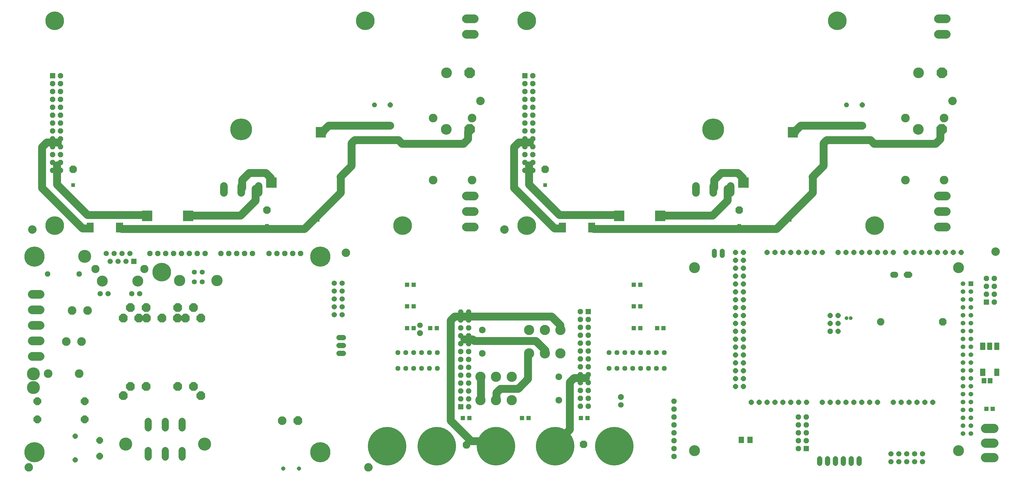
<source format=gbs>
G75*
G70*
%OFA0B0*%
%FSLAX24Y24*%
%IPPOS*%
%LPD*%
%AMOC8*
5,1,8,0,0,1.08239X$1,22.5*
%
%ADD10C,0.1000*%
%ADD11C,0.0973*%
%ADD12C,0.2759*%
%ADD13R,0.0674X0.0674*%
%ADD14OC8,0.0674*%
%ADD15C,0.1360*%
%ADD16OC8,0.1360*%
%ADD17C,0.1100*%
%ADD18OC8,0.0946*%
%ADD19R,0.0516X0.0516*%
%ADD20OC8,0.0640*%
%ADD21OC8,0.0600*%
%ADD22C,0.1100*%
%ADD23OC8,0.1100*%
%ADD24OC8,0.0973*%
%ADD25C,0.0907*%
%ADD26OC8,0.0840*%
%ADD27C,0.1653*%
%ADD28C,0.0674*%
%ADD29C,0.0674*%
%ADD30C,0.0640*%
%ADD31C,0.1436*%
%ADD32C,0.1039*%
%ADD33C,0.1386*%
%ADD34OC8,0.0680*%
%ADD35C,0.0477*%
%ADD36C,0.0780*%
%ADD37OC8,0.0780*%
%ADD38OC8,0.0710*%
%ADD39C,0.0710*%
%ADD40C,0.0640*%
%ADD41C,0.0946*%
%ADD42OC8,0.0634*%
%ADD43C,0.1299*%
%ADD44C,0.0848*%
%ADD45C,0.4885*%
%ADD46R,0.0552X0.0552*%
%ADD47C,0.1172*%
%ADD48C,0.0595*%
%ADD49R,0.0595X0.0595*%
%ADD50C,0.0634*%
%ADD51R,0.0710X0.0789*%
%ADD52R,0.0592X0.0671*%
%ADD53C,0.0095*%
%ADD54C,0.0480*%
%ADD55C,0.0050*%
%ADD56R,0.0516X0.0516*%
%ADD57C,0.2365*%
%ADD58C,0.2562*%
%ADD59C,0.1650*%
%ADD60OC8,0.0516*%
D10*
X060421Y011797D02*
X060421Y024522D01*
X060921Y025022D01*
X072371Y025022D01*
X072471Y025022D02*
X073196Y025022D01*
X074321Y023897D01*
X074321Y023372D01*
X072396Y020722D02*
X071221Y021897D01*
X063421Y021897D01*
X063221Y022097D01*
X062146Y022097D01*
X070221Y020272D02*
X070221Y017097D01*
X068971Y015847D01*
X066721Y015847D01*
X066221Y015347D01*
X066221Y014422D01*
X064246Y014522D02*
X064246Y017322D01*
X072396Y020422D02*
X072396Y020722D01*
X076046Y017222D02*
X075496Y016672D01*
X075496Y010672D01*
X074071Y009247D01*
X065121Y009222D02*
X062996Y009222D01*
X060421Y011797D01*
X076046Y017222D02*
X077546Y017222D01*
X078539Y036122D02*
X101714Y036122D01*
X106314Y040722D01*
X106314Y042672D01*
X106289Y042697D01*
X106439Y042872D02*
X106464Y042872D01*
X106439Y042872D02*
X107689Y044122D01*
X107689Y046972D01*
X108089Y047372D01*
X113639Y047372D01*
X114089Y046922D01*
X121889Y046922D01*
X122464Y047497D01*
X122464Y048447D01*
X112589Y049222D02*
X104789Y049222D01*
X104089Y048522D01*
X104089Y048397D01*
X097439Y042572D02*
X096814Y043197D01*
X094714Y043197D01*
X093814Y042297D01*
X093814Y041322D01*
X095514Y041222D02*
X095514Y039722D01*
X093614Y037822D01*
X087589Y037822D01*
X081189Y037872D02*
X074214Y037872D01*
X070339Y041747D01*
X070339Y044172D01*
X068439Y046472D02*
X069039Y047072D01*
X070439Y047072D01*
X068439Y046472D02*
X068439Y041322D01*
X073589Y036172D01*
X074364Y036172D01*
X062621Y047497D02*
X062046Y046922D01*
X054246Y046922D01*
X053796Y047372D01*
X048246Y047372D01*
X047846Y046972D01*
X047846Y044122D01*
X046596Y042872D01*
X046621Y042872D01*
X046446Y042697D02*
X046471Y042672D01*
X046471Y040722D01*
X041871Y036122D01*
X018696Y036122D01*
X021346Y037872D02*
X014371Y037872D01*
X010496Y041747D01*
X010496Y044172D01*
X008596Y046472D02*
X009196Y047072D01*
X010596Y047072D01*
X008596Y046472D02*
X008596Y041322D01*
X013746Y036172D01*
X014521Y036172D01*
X027746Y037822D02*
X033771Y037822D01*
X035671Y039722D01*
X035671Y041222D01*
X033971Y041322D02*
X033971Y042297D01*
X034871Y043197D01*
X036971Y043197D01*
X037596Y042572D01*
X037596Y042197D01*
X044246Y048397D02*
X044246Y048522D01*
X044946Y049222D01*
X052746Y049222D01*
X062621Y048447D02*
X062621Y047497D01*
X097439Y042572D02*
X097439Y042197D01*
D11*
X095870Y041590D02*
X095870Y040705D01*
X093670Y040705D02*
X093670Y041590D01*
X091470Y041590D02*
X091470Y040705D01*
X036027Y040705D02*
X036027Y041590D01*
X033827Y041590D02*
X033827Y040705D01*
X031627Y040705D02*
X031627Y041590D01*
D12*
X033827Y048748D03*
X093670Y048748D03*
D13*
X069796Y055563D03*
X020226Y032021D03*
X061682Y013586D03*
X077824Y025641D03*
X105471Y008272D03*
X128321Y026847D03*
X009953Y055563D03*
D14*
X010953Y055563D03*
X010953Y054563D03*
X009953Y054563D03*
X009953Y053563D03*
X010953Y053563D03*
X010953Y052563D03*
X009953Y052563D03*
X009953Y051563D03*
X010953Y051563D03*
X010953Y050563D03*
X009953Y050563D03*
X009953Y049563D03*
X010953Y049563D03*
X010953Y048563D03*
X009953Y048563D03*
X009953Y047563D03*
X010953Y047563D03*
X010953Y046563D03*
X009953Y046563D03*
X009953Y045563D03*
X010953Y045563D03*
X010953Y044563D03*
X009953Y044563D03*
X009953Y043563D03*
X010953Y043563D03*
X022271Y033022D03*
X023271Y033022D03*
X024271Y033022D03*
X025271Y033022D03*
X026271Y033022D03*
X027271Y033022D03*
X028271Y033022D03*
X029271Y033022D03*
X031271Y033022D03*
X032271Y033022D03*
X033271Y033022D03*
X034271Y033022D03*
X035271Y033022D03*
X037371Y033022D03*
X038371Y033022D03*
X039371Y033022D03*
X040371Y033022D03*
X041371Y033022D03*
X061682Y025586D03*
X061682Y024586D03*
X062682Y024586D03*
X062682Y025586D03*
X062682Y023586D03*
X062682Y022586D03*
X062682Y021586D03*
X061682Y021586D03*
X061682Y022586D03*
X061682Y023586D03*
X061682Y020586D03*
X061682Y019586D03*
X062682Y019586D03*
X062682Y020586D03*
X062682Y018586D03*
X062682Y017586D03*
X061682Y017586D03*
X061682Y018586D03*
X061682Y016586D03*
X061682Y015586D03*
X062682Y015586D03*
X062682Y016586D03*
X062682Y014586D03*
X062682Y013586D03*
X061682Y014586D03*
X076824Y014641D03*
X077824Y014641D03*
X077824Y015641D03*
X076824Y015641D03*
X076824Y016641D03*
X077824Y016641D03*
X077824Y017641D03*
X076824Y017641D03*
X076824Y018641D03*
X077824Y018641D03*
X077824Y019641D03*
X076824Y019641D03*
X076824Y020641D03*
X077824Y020641D03*
X077824Y021641D03*
X076824Y021641D03*
X076824Y022641D03*
X077824Y022641D03*
X077824Y023641D03*
X076824Y023641D03*
X076824Y024641D03*
X077824Y024641D03*
X076824Y025641D03*
X088721Y014272D03*
X088721Y013272D03*
X088721Y012272D03*
X088721Y011272D03*
X088721Y010272D03*
X088721Y009272D03*
X088721Y008272D03*
X088721Y007272D03*
X077824Y013641D03*
X076824Y013641D03*
X104471Y012272D03*
X105471Y012272D03*
X105471Y011272D03*
X104471Y011272D03*
X104471Y010272D03*
X105471Y010272D03*
X105471Y009272D03*
X104471Y009272D03*
X104471Y008272D03*
X129321Y026847D03*
X129321Y027847D03*
X129321Y028847D03*
X129321Y029847D03*
X128321Y029847D03*
X128321Y028847D03*
X128321Y027847D03*
X070796Y043563D03*
X069796Y043563D03*
X069796Y044563D03*
X070796Y044563D03*
X070796Y045563D03*
X070796Y046563D03*
X069796Y046563D03*
X069796Y045563D03*
X069796Y047563D03*
X070796Y047563D03*
X070796Y048563D03*
X069796Y048563D03*
X069796Y049563D03*
X070796Y049563D03*
X070796Y050563D03*
X069796Y050563D03*
X069796Y051563D03*
X070796Y051563D03*
X070796Y052563D03*
X070796Y053563D03*
X069796Y053563D03*
X069796Y052563D03*
X069796Y054563D03*
X070796Y054563D03*
X070796Y055563D03*
D15*
X059870Y055897D03*
X059845Y048747D03*
X119687Y048747D03*
X119712Y055897D03*
D16*
X122665Y055897D03*
X122640Y048747D03*
X062798Y048747D03*
X062823Y055897D03*
D17*
X062371Y060797D02*
X063371Y060797D01*
X063371Y062765D02*
X062371Y062765D01*
X062371Y040309D02*
X063371Y040309D01*
X063371Y038340D02*
X062371Y038340D01*
X062371Y036372D02*
X063371Y036372D01*
X008328Y027843D02*
X007328Y027843D01*
X007328Y025874D02*
X008328Y025874D01*
X008328Y023906D02*
X007328Y023906D01*
X007328Y021937D02*
X008328Y021937D01*
X008328Y019969D02*
X007328Y019969D01*
X122214Y036372D02*
X123214Y036372D01*
X123214Y038340D02*
X122214Y038340D01*
X122214Y040309D02*
X123214Y040309D01*
X123214Y060797D02*
X122214Y060797D01*
X122214Y062765D02*
X123214Y062765D01*
D18*
X096964Y038497D03*
X072389Y043672D03*
X037121Y038497D03*
X012546Y043672D03*
X062409Y008747D03*
X077253Y008803D03*
X122786Y024347D03*
D19*
X096964Y036497D03*
X072389Y041672D03*
X037121Y036497D03*
X012546Y041672D03*
X060409Y008747D03*
X075253Y008803D03*
D20*
X012821Y009847D03*
X012821Y006847D03*
X052746Y051847D03*
X112589Y051847D03*
D21*
X110589Y051847D03*
X050746Y051847D03*
D22*
X058185Y050184D03*
X063107Y050184D03*
X063107Y042310D03*
X058185Y042310D03*
X014370Y025790D03*
X012420Y025790D03*
X011672Y021853D03*
X013622Y021853D03*
X013321Y017787D03*
X009384Y017787D03*
X039047Y011812D03*
X118028Y042310D03*
X122949Y042310D03*
X122949Y050184D03*
X118028Y050184D03*
D23*
X041047Y011812D03*
X028742Y014976D03*
X027821Y016147D03*
X025821Y016147D03*
X021821Y016147D03*
X019821Y016147D03*
X018900Y014976D03*
X018900Y024818D03*
X020868Y024818D03*
X021853Y024818D03*
X021821Y026147D03*
X019821Y026147D03*
X023821Y024818D03*
X025790Y024818D03*
X026774Y024818D03*
X028742Y024818D03*
X027821Y026147D03*
X025821Y026147D03*
D24*
X014006Y014292D03*
X014006Y011986D03*
X008006Y011986D03*
X008006Y014292D03*
D25*
X022046Y011734D02*
X022046Y010909D01*
X024196Y010909D02*
X024196Y011734D01*
X026346Y011734D02*
X026346Y010909D01*
X026346Y008034D02*
X026346Y007209D01*
X024196Y007209D02*
X024196Y008034D01*
X022046Y008034D02*
X022046Y007209D01*
D26*
X015896Y007322D03*
X015896Y009322D03*
D27*
X019221Y008847D03*
X029221Y008847D03*
D28*
X046224Y020347D02*
X046818Y020347D01*
X046818Y021347D02*
X046224Y021347D01*
X046224Y022347D02*
X046818Y022347D01*
X107171Y006994D02*
X107171Y006400D01*
X108171Y006400D02*
X108171Y006994D01*
X109171Y006994D02*
X109171Y006400D01*
X110171Y006400D02*
X110171Y006994D01*
X111171Y006994D02*
X111171Y006400D01*
X112171Y006400D02*
X112171Y006994D01*
D29*
X116196Y006597D03*
X116196Y007597D03*
X117196Y007597D03*
X118196Y007597D03*
X119196Y007597D03*
X120196Y007597D03*
X120196Y006597D03*
X119196Y006597D03*
X118196Y006597D03*
X117196Y006597D03*
X046640Y025259D03*
X045640Y025259D03*
X045640Y026259D03*
X046640Y026259D03*
X046640Y027259D03*
X045640Y027259D03*
X045640Y028259D03*
X046640Y028259D03*
X046640Y029259D03*
X045640Y029259D03*
X020966Y027903D03*
X019966Y027903D03*
X016986Y027903D03*
X015986Y027903D03*
X017226Y032021D03*
X018226Y032021D03*
X019226Y032021D03*
X019726Y033021D03*
X018726Y033021D03*
X017726Y033021D03*
X016726Y033021D03*
D30*
X027920Y030658D03*
X028904Y030658D03*
X028904Y029398D03*
X027920Y029398D03*
D31*
X026042Y029595D03*
X030782Y029595D03*
D32*
X021576Y031052D03*
X015375Y031052D03*
D33*
X016226Y029521D03*
X020726Y029521D03*
X091307Y031228D03*
X124772Y031228D03*
X124772Y008000D03*
X091307Y008000D03*
D34*
X108517Y023162D03*
X013321Y030422D03*
X009321Y030422D03*
D35*
X110571Y024822D03*
X111122Y024822D03*
D36*
X116496Y030297D03*
X116746Y030297D03*
D37*
X118246Y030297D03*
X118496Y030297D03*
D38*
X081971Y014797D03*
X056521Y022922D03*
D39*
X056521Y023922D03*
X081971Y013797D03*
D40*
X093821Y032767D02*
X093821Y033327D01*
X094821Y033327D02*
X094821Y032767D01*
D41*
X114916Y024347D03*
D42*
X109517Y024162D03*
X109517Y023162D03*
X108517Y024162D03*
X108517Y025162D03*
X109517Y025162D03*
X097517Y025162D03*
X097517Y026162D03*
X096517Y026162D03*
X096517Y025162D03*
X096517Y024162D03*
X097517Y024162D03*
X097517Y023162D03*
X096517Y023162D03*
X096517Y022162D03*
X097517Y022162D03*
X097517Y021162D03*
X096517Y021162D03*
X096517Y020162D03*
X097517Y020162D03*
X097517Y019162D03*
X097517Y018162D03*
X096517Y018162D03*
X096517Y019162D03*
X096517Y017162D03*
X097517Y017162D03*
X097517Y016162D03*
X096517Y016162D03*
X098517Y014162D03*
X099517Y014162D03*
X100517Y014162D03*
X101517Y014162D03*
X102517Y014162D03*
X103517Y014162D03*
X104517Y014162D03*
X105517Y014162D03*
X107517Y014162D03*
X108517Y014162D03*
X109517Y014162D03*
X110517Y014162D03*
X111517Y014162D03*
X112517Y014162D03*
X113517Y014162D03*
X114517Y014162D03*
X116517Y014162D03*
X117517Y014162D03*
X118517Y014162D03*
X119517Y014162D03*
X120517Y014162D03*
X121517Y014162D03*
X097517Y027162D03*
X097517Y028162D03*
X097517Y029162D03*
X096517Y029162D03*
X096517Y028162D03*
X096517Y027162D03*
X096517Y030162D03*
X097517Y030162D03*
X097517Y031162D03*
X096517Y031162D03*
X096517Y032162D03*
X097517Y032162D03*
X097517Y033162D03*
X096517Y033162D03*
X100517Y033162D03*
X101517Y033162D03*
X102517Y033162D03*
X103517Y033162D03*
X104517Y033162D03*
X105517Y033162D03*
X106517Y033162D03*
X107517Y033162D03*
X109517Y033162D03*
X110517Y033162D03*
X111517Y033162D03*
X112517Y033162D03*
X113517Y033162D03*
X114517Y033162D03*
X115517Y033162D03*
X116517Y033162D03*
X118117Y033162D03*
X119117Y033162D03*
X120117Y033162D03*
X121117Y033162D03*
X122117Y033162D03*
X123117Y033162D03*
X124117Y033162D03*
X125117Y033162D03*
D43*
X074319Y023310D03*
X072335Y023310D03*
X070351Y023310D03*
X070351Y020334D03*
X072335Y020334D03*
X074319Y020334D03*
X068142Y017385D03*
X066157Y017385D03*
X064173Y017385D03*
X064173Y014409D03*
X066157Y014409D03*
X068142Y014409D03*
D44*
X074094Y014409D03*
X074094Y017385D03*
X064398Y020334D03*
X064398Y023310D03*
D45*
X066150Y008590D03*
X073650Y008590D03*
X081150Y008590D03*
X058650Y008590D03*
X052331Y008590D03*
D46*
X061957Y012133D03*
X062784Y012133D03*
X069437Y012133D03*
X070264Y012133D03*
X076918Y012133D03*
X077744Y012133D03*
X083610Y023551D03*
X084437Y023551D03*
X086563Y023551D03*
X087390Y023551D03*
X084437Y026307D03*
X083610Y026307D03*
X083610Y029063D03*
X084437Y029063D03*
X058650Y023551D03*
X057823Y023551D03*
X055697Y023551D03*
X054870Y023551D03*
X054870Y026307D03*
X055697Y026307D03*
X055697Y029063D03*
X054870Y029063D03*
X128296Y013315D03*
X129122Y013315D03*
D47*
X129241Y010834D02*
X128176Y010834D01*
X128176Y008984D02*
X129241Y008984D01*
X129241Y007134D02*
X128176Y007134D01*
D48*
X126347Y010165D03*
X125347Y010165D03*
X125347Y011165D03*
X126347Y011165D03*
X126347Y012165D03*
X126347Y013165D03*
X125347Y013165D03*
X125347Y012165D03*
X125347Y014165D03*
X126347Y014165D03*
X126347Y015165D03*
X125347Y015165D03*
X125347Y016165D03*
X126347Y016165D03*
X126347Y017165D03*
X125347Y017165D03*
X125347Y018165D03*
X126347Y018165D03*
X126347Y019165D03*
X126347Y020165D03*
X125347Y020165D03*
X125347Y019165D03*
X125347Y021165D03*
X126347Y021165D03*
X126347Y022165D03*
X125347Y022165D03*
X125347Y023165D03*
X126347Y023165D03*
X126347Y024165D03*
X125347Y024165D03*
X125347Y025165D03*
X126347Y025165D03*
X126347Y026165D03*
X125347Y026165D03*
X125347Y027165D03*
X126347Y027165D03*
X126347Y028165D03*
X125347Y028165D03*
X125347Y029165D03*
D49*
X126347Y029165D03*
D50*
X087481Y020433D03*
X086481Y020433D03*
X085481Y020433D03*
X084481Y020433D03*
X083481Y020433D03*
X082481Y020433D03*
X081481Y020433D03*
X080481Y020433D03*
X080481Y018433D03*
X081481Y018433D03*
X082481Y018433D03*
X083481Y018433D03*
X084481Y018433D03*
X085481Y018433D03*
X086481Y018433D03*
X087481Y018433D03*
X058709Y018433D03*
X057709Y018433D03*
X056709Y018433D03*
X055709Y018433D03*
X054709Y018433D03*
X053709Y018433D03*
X053709Y020433D03*
X054709Y020433D03*
X055709Y020433D03*
X056709Y020433D03*
X057709Y020433D03*
X058709Y020433D03*
D51*
X097245Y009372D03*
X098347Y009372D03*
D52*
X128022Y016872D03*
X128770Y016872D03*
D53*
X129327Y017554D02*
X129327Y018366D01*
X129863Y018366D01*
X129863Y017554D01*
X129327Y017554D01*
X129327Y017648D02*
X129863Y017648D01*
X129863Y017742D02*
X129327Y017742D01*
X129327Y017836D02*
X129863Y017836D01*
X129863Y017930D02*
X129327Y017930D01*
X129327Y018024D02*
X129863Y018024D01*
X129863Y018118D02*
X129327Y018118D01*
X129327Y018212D02*
X129863Y018212D01*
X129863Y018306D02*
X129327Y018306D01*
X127555Y018366D02*
X127555Y017554D01*
X127555Y018366D02*
X128091Y018366D01*
X128091Y017554D01*
X127555Y017554D01*
X127555Y017648D02*
X128091Y017648D01*
X128091Y017742D02*
X127555Y017742D01*
X127555Y017836D02*
X128091Y017836D01*
X128091Y017930D02*
X127555Y017930D01*
X127555Y018024D02*
X128091Y018024D01*
X128091Y018118D02*
X127555Y018118D01*
X127555Y018212D02*
X128091Y018212D01*
X128091Y018306D02*
X127555Y018306D01*
X127555Y020861D02*
X127555Y021673D01*
X128091Y021673D01*
X128091Y020861D01*
X127555Y020861D01*
X127555Y020955D02*
X128091Y020955D01*
X128091Y021049D02*
X127555Y021049D01*
X127555Y021143D02*
X128091Y021143D01*
X128091Y021237D02*
X127555Y021237D01*
X127555Y021331D02*
X128091Y021331D01*
X128091Y021425D02*
X127555Y021425D01*
X127555Y021519D02*
X128091Y021519D01*
X128091Y021613D02*
X127555Y021613D01*
X128441Y021673D02*
X128441Y020861D01*
X128441Y021673D02*
X128977Y021673D01*
X128977Y020861D01*
X128441Y020861D01*
X128441Y020955D02*
X128977Y020955D01*
X128977Y021049D02*
X128441Y021049D01*
X128441Y021143D02*
X128977Y021143D01*
X128977Y021237D02*
X128441Y021237D01*
X128441Y021331D02*
X128977Y021331D01*
X128977Y021425D02*
X128441Y021425D01*
X128441Y021519D02*
X128977Y021519D01*
X128977Y021613D02*
X128441Y021613D01*
X129327Y021673D02*
X129327Y020861D01*
X129327Y021673D02*
X129863Y021673D01*
X129863Y020861D01*
X129327Y020861D01*
X129327Y020955D02*
X129863Y020955D01*
X129863Y021049D02*
X129327Y021049D01*
X129327Y021143D02*
X129863Y021143D01*
X129863Y021237D02*
X129327Y021237D01*
X129327Y021331D02*
X129863Y021331D01*
X129863Y021425D02*
X129327Y021425D01*
X129327Y021519D02*
X129863Y021519D01*
X129863Y021613D02*
X129327Y021613D01*
D54*
X129471Y033247D03*
X124014Y052347D03*
X067214Y036047D03*
X047121Y033097D03*
X064171Y052347D03*
X007371Y036047D03*
X006921Y005897D03*
X049971Y005897D03*
D55*
X006600Y005514D02*
X006538Y005575D01*
X006488Y005647D01*
X006451Y005726D01*
X007391Y005726D01*
X007354Y005647D01*
X007304Y005575D01*
X007243Y005514D01*
X007171Y005464D01*
X007092Y005427D01*
X007008Y005404D01*
X006921Y005397D01*
X006834Y005404D01*
X006750Y005427D01*
X006671Y005464D01*
X006600Y005514D01*
X006582Y005532D02*
X007261Y005532D01*
X007308Y005580D02*
X006535Y005580D01*
X006501Y005629D02*
X007342Y005629D01*
X007368Y005677D02*
X006474Y005677D01*
X006451Y005726D02*
X006429Y005810D01*
X006421Y005897D01*
X006429Y005984D01*
X006451Y006068D01*
X006488Y006147D01*
X006538Y006218D01*
X006600Y006280D01*
X006671Y006330D01*
X006750Y006367D01*
X006834Y006389D01*
X006921Y006397D01*
X007008Y006389D01*
X007092Y006367D01*
X007171Y006330D01*
X007243Y006280D01*
X007304Y006218D01*
X007354Y006147D01*
X007391Y006068D01*
X007414Y005984D01*
X007421Y005897D01*
X007414Y005810D01*
X007391Y005726D01*
X007404Y005774D02*
X006438Y005774D01*
X006428Y005823D02*
X007415Y005823D01*
X007419Y005871D02*
X006423Y005871D01*
X006423Y005920D02*
X007419Y005920D01*
X007415Y005968D02*
X006427Y005968D01*
X006438Y006017D02*
X007405Y006017D01*
X007392Y006065D02*
X006451Y006065D01*
X006473Y006114D02*
X007370Y006114D01*
X007343Y006162D02*
X006499Y006162D01*
X006533Y006211D02*
X007309Y006211D01*
X007263Y006259D02*
X006579Y006259D01*
X006640Y006308D02*
X007203Y006308D01*
X007114Y006356D02*
X006728Y006356D01*
X006643Y005483D02*
X007199Y005483D01*
X007109Y005435D02*
X006733Y005435D01*
X049471Y005897D02*
X049479Y005984D01*
X049501Y006068D01*
X049538Y006147D01*
X049588Y006218D01*
X049650Y006280D01*
X049721Y006330D01*
X049800Y006367D01*
X049884Y006389D01*
X049971Y006397D01*
X050058Y006389D01*
X050142Y006367D01*
X050221Y006330D01*
X050293Y006280D01*
X050354Y006218D01*
X050404Y006147D01*
X050441Y006068D01*
X050464Y005984D01*
X050471Y005897D01*
X050464Y005810D01*
X050441Y005726D01*
X049501Y005726D01*
X049479Y005810D01*
X049471Y005897D01*
X049473Y005920D02*
X050469Y005920D01*
X050465Y005968D02*
X049477Y005968D01*
X049488Y006017D02*
X050455Y006017D01*
X050442Y006065D02*
X049501Y006065D01*
X049523Y006114D02*
X050420Y006114D01*
X050393Y006162D02*
X049549Y006162D01*
X049583Y006211D02*
X050359Y006211D01*
X050313Y006259D02*
X049629Y006259D01*
X049690Y006308D02*
X050253Y006308D01*
X050164Y006356D02*
X049778Y006356D01*
X049473Y005871D02*
X050469Y005871D01*
X050465Y005823D02*
X049478Y005823D01*
X049488Y005774D02*
X050454Y005774D01*
X050441Y005726D02*
X050404Y005647D01*
X050354Y005575D01*
X050293Y005514D01*
X050221Y005464D01*
X050142Y005427D01*
X050058Y005404D01*
X049971Y005397D01*
X049884Y005404D01*
X049800Y005427D01*
X049721Y005464D01*
X049650Y005514D01*
X049588Y005575D01*
X049538Y005647D01*
X049501Y005726D01*
X049524Y005677D02*
X050418Y005677D01*
X050392Y005629D02*
X049551Y005629D01*
X049585Y005580D02*
X050358Y005580D01*
X050311Y005532D02*
X049632Y005532D01*
X049693Y005483D02*
X050249Y005483D01*
X050159Y005435D02*
X049783Y005435D01*
X047208Y032604D02*
X047121Y032597D01*
X047034Y032604D01*
X046950Y032627D01*
X046871Y032664D01*
X046800Y032714D01*
X046738Y032775D01*
X046688Y032847D01*
X046651Y032926D01*
X046629Y033010D01*
X046621Y033097D01*
X046629Y033184D01*
X046651Y033268D01*
X046688Y033347D01*
X046738Y033418D01*
X046800Y033480D01*
X046871Y033530D01*
X046950Y033567D01*
X047034Y033589D01*
X047121Y033597D01*
X047208Y033589D01*
X047292Y033567D01*
X047371Y033530D01*
X047443Y033480D01*
X047504Y033418D01*
X047554Y033347D01*
X047591Y033268D01*
X047614Y033184D01*
X047621Y033097D01*
X047614Y033010D01*
X047591Y032926D01*
X047554Y032847D01*
X047504Y032775D01*
X047443Y032714D01*
X047371Y032664D01*
X047292Y032627D01*
X047208Y032604D01*
X047327Y032643D02*
X046915Y032643D01*
X046831Y032692D02*
X047411Y032692D01*
X047469Y032740D02*
X046773Y032740D01*
X046729Y032789D02*
X047514Y032789D01*
X047548Y032837D02*
X046695Y032837D01*
X046670Y032886D02*
X047572Y032886D01*
X047593Y032934D02*
X046649Y032934D01*
X046636Y032983D02*
X047606Y032983D01*
X047615Y033031D02*
X046627Y033031D01*
X046623Y033080D02*
X047620Y033080D01*
X047618Y033128D02*
X046624Y033128D01*
X046628Y033177D02*
X047614Y033177D01*
X047602Y033225D02*
X046640Y033225D01*
X046654Y033274D02*
X047588Y033274D01*
X047565Y033322D02*
X046677Y033322D01*
X046705Y033371D02*
X047537Y033371D01*
X047503Y033419D02*
X046739Y033419D01*
X046788Y033468D02*
X047454Y033468D01*
X047390Y033516D02*
X046852Y033516D01*
X046946Y033565D02*
X047296Y033565D01*
X066721Y035960D02*
X066714Y036047D01*
X066721Y036134D01*
X066744Y036218D01*
X066781Y036297D01*
X066831Y036368D01*
X066892Y036430D01*
X066964Y036480D01*
X067043Y036517D01*
X067127Y036539D01*
X067214Y036547D01*
X067300Y036539D01*
X067385Y036517D01*
X067464Y036480D01*
X067535Y036430D01*
X067597Y036368D01*
X067647Y036297D01*
X067683Y036218D01*
X067706Y036134D01*
X067714Y036047D01*
X067706Y035960D01*
X067683Y035876D01*
X067647Y035797D01*
X067597Y035725D01*
X067535Y035664D01*
X067464Y035614D01*
X067385Y035577D01*
X067300Y035554D01*
X067214Y035547D01*
X067127Y035554D01*
X067043Y035577D01*
X066964Y035614D01*
X066892Y035664D01*
X066831Y035725D01*
X066781Y035797D01*
X066744Y035876D01*
X066721Y035960D01*
X066726Y035942D02*
X067701Y035942D01*
X067709Y035990D02*
X066719Y035990D01*
X066714Y036039D02*
X067713Y036039D01*
X067710Y036087D02*
X066717Y036087D01*
X066722Y036136D02*
X067706Y036136D01*
X067693Y036184D02*
X066735Y036184D01*
X066751Y036233D02*
X067677Y036233D01*
X067654Y036281D02*
X066773Y036281D01*
X066804Y036330D02*
X067624Y036330D01*
X067587Y036378D02*
X066840Y036378D01*
X066889Y036427D02*
X067538Y036427D01*
X067471Y036475D02*
X066957Y036475D01*
X067068Y036524D02*
X067359Y036524D01*
X067688Y035893D02*
X066739Y035893D01*
X066758Y035845D02*
X067669Y035845D01*
X067646Y035796D02*
X066781Y035796D01*
X066815Y035748D02*
X067612Y035748D01*
X067570Y035699D02*
X066857Y035699D01*
X066911Y035651D02*
X067516Y035651D01*
X067438Y035602D02*
X066989Y035602D01*
X067138Y035554D02*
X067290Y035554D01*
X064258Y051854D02*
X064171Y051847D01*
X064084Y051854D01*
X064000Y051877D01*
X063921Y051914D01*
X063850Y051964D01*
X063788Y052025D01*
X063738Y052097D01*
X063701Y052176D01*
X063679Y052260D01*
X063671Y052347D01*
X063679Y052434D01*
X063701Y052518D01*
X063738Y052597D01*
X063788Y052668D01*
X063850Y052730D01*
X063921Y052780D01*
X064000Y052817D01*
X064084Y052839D01*
X064171Y052847D01*
X064258Y052839D01*
X064342Y052817D01*
X064421Y052780D01*
X064493Y052730D01*
X064554Y052668D01*
X064604Y052597D01*
X064641Y052518D01*
X064664Y052434D01*
X064671Y052347D01*
X064664Y052260D01*
X064641Y052176D01*
X064604Y052097D01*
X064554Y052025D01*
X064493Y051964D01*
X064421Y051914D01*
X064342Y051877D01*
X064258Y051854D01*
X064202Y051850D02*
X064140Y051850D01*
X063955Y051898D02*
X064387Y051898D01*
X064468Y051947D02*
X063874Y051947D01*
X063818Y051995D02*
X064524Y051995D01*
X064567Y052044D02*
X063775Y052044D01*
X063741Y052092D02*
X064601Y052092D01*
X064625Y052141D02*
X063718Y052141D01*
X063698Y052189D02*
X064645Y052189D01*
X064658Y052238D02*
X063685Y052238D01*
X063676Y052286D02*
X064666Y052286D01*
X064670Y052335D02*
X063672Y052335D01*
X063674Y052383D02*
X064668Y052383D01*
X064664Y052432D02*
X063679Y052432D01*
X063691Y052480D02*
X064651Y052480D01*
X064636Y052529D02*
X063706Y052529D01*
X063729Y052577D02*
X064613Y052577D01*
X064584Y052626D02*
X063758Y052626D01*
X063794Y052674D02*
X064548Y052674D01*
X064500Y052723D02*
X063842Y052723D01*
X063909Y052771D02*
X064434Y052771D01*
X064331Y052820D02*
X064011Y052820D01*
X007841Y036218D02*
X007864Y036134D01*
X007871Y036047D01*
X007864Y035960D01*
X007841Y035876D01*
X007804Y035797D01*
X007754Y035725D01*
X007693Y035664D01*
X007621Y035614D01*
X007542Y035577D01*
X007458Y035554D01*
X007371Y035547D01*
X007284Y035554D01*
X007200Y035577D01*
X007121Y035614D01*
X007050Y035664D01*
X006988Y035725D01*
X006938Y035797D01*
X006901Y035876D01*
X006879Y035960D01*
X006871Y036047D01*
X006879Y036134D01*
X006901Y036218D01*
X006938Y036297D01*
X006988Y036368D01*
X007050Y036430D01*
X007121Y036480D01*
X007200Y036517D01*
X007284Y036539D01*
X007371Y036547D01*
X007458Y036539D01*
X007542Y036517D01*
X007621Y036480D01*
X007693Y036430D01*
X007754Y036368D01*
X007804Y036297D01*
X007841Y036218D01*
X007834Y036233D02*
X006908Y036233D01*
X006892Y036184D02*
X007850Y036184D01*
X007863Y036136D02*
X006879Y036136D01*
X006875Y036087D02*
X007868Y036087D01*
X007870Y036039D02*
X006872Y036039D01*
X006876Y035990D02*
X007866Y035990D01*
X007859Y035942D02*
X006884Y035942D01*
X006897Y035893D02*
X007846Y035893D01*
X007826Y035845D02*
X006916Y035845D01*
X006939Y035796D02*
X007804Y035796D01*
X007770Y035748D02*
X006973Y035748D01*
X007015Y035699D02*
X007728Y035699D01*
X007673Y035651D02*
X007069Y035651D01*
X007147Y035602D02*
X007596Y035602D01*
X007447Y035554D02*
X007295Y035554D01*
X006931Y036281D02*
X007812Y036281D01*
X007781Y036330D02*
X006961Y036330D01*
X006998Y036378D02*
X007744Y036378D01*
X007696Y036427D02*
X007046Y036427D01*
X007114Y036475D02*
X007628Y036475D01*
X007517Y036524D02*
X007226Y036524D01*
X123521Y052260D02*
X123544Y052176D01*
X123581Y052097D01*
X123631Y052025D01*
X123692Y051964D01*
X123764Y051914D01*
X123843Y051877D01*
X123927Y051854D01*
X124014Y051847D01*
X124100Y051854D01*
X124185Y051877D01*
X124264Y051914D01*
X124335Y051964D01*
X124397Y052025D01*
X124447Y052097D01*
X124483Y052176D01*
X124506Y052260D01*
X124514Y052347D01*
X124506Y052434D01*
X124483Y052518D01*
X124447Y052597D01*
X124397Y052668D01*
X124335Y052730D01*
X124264Y052780D01*
X124185Y052817D01*
X124100Y052839D01*
X124014Y052847D01*
X123927Y052839D01*
X123843Y052817D01*
X123764Y052780D01*
X123692Y052730D01*
X123631Y052668D01*
X123581Y052597D01*
X123544Y052518D01*
X123521Y052434D01*
X123514Y052347D01*
X123521Y052260D01*
X123527Y052238D02*
X124500Y052238D01*
X124508Y052286D02*
X123519Y052286D01*
X123515Y052335D02*
X124513Y052335D01*
X124510Y052383D02*
X123517Y052383D01*
X123521Y052432D02*
X124506Y052432D01*
X124494Y052480D02*
X123534Y052480D01*
X123549Y052529D02*
X124478Y052529D01*
X124456Y052577D02*
X123571Y052577D01*
X123601Y052626D02*
X124427Y052626D01*
X124391Y052674D02*
X123636Y052674D01*
X123685Y052723D02*
X124342Y052723D01*
X124276Y052771D02*
X123751Y052771D01*
X123853Y052820D02*
X124174Y052820D01*
X124487Y052189D02*
X123540Y052189D01*
X123560Y052141D02*
X124467Y052141D01*
X124443Y052092D02*
X123584Y052092D01*
X123618Y052044D02*
X124409Y052044D01*
X124366Y051995D02*
X123661Y051995D01*
X123717Y051947D02*
X124310Y051947D01*
X124230Y051898D02*
X123797Y051898D01*
X123982Y051850D02*
X124045Y051850D01*
X129300Y033717D02*
X129384Y033739D01*
X129471Y033747D01*
X129558Y033739D01*
X129642Y033717D01*
X129721Y033680D01*
X129793Y033630D01*
X129854Y033568D01*
X129904Y033497D01*
X129941Y033418D01*
X129964Y033334D01*
X129971Y033247D01*
X129964Y033160D01*
X129941Y033076D01*
X129904Y032997D01*
X129854Y032925D01*
X129793Y032864D01*
X129721Y032814D01*
X129642Y032777D01*
X129558Y032754D01*
X129471Y032747D01*
X129384Y032754D01*
X129300Y032777D01*
X129221Y032814D01*
X129150Y032864D01*
X129088Y032925D01*
X129038Y032997D01*
X129001Y033076D01*
X128979Y033160D01*
X128971Y033247D01*
X128979Y033334D01*
X129001Y033418D01*
X129038Y033497D01*
X129088Y033568D01*
X129150Y033630D01*
X129221Y033680D01*
X129300Y033717D01*
X129287Y033710D02*
X129655Y033710D01*
X129747Y033662D02*
X129196Y033662D01*
X129133Y033613D02*
X129809Y033613D01*
X129856Y033565D02*
X129086Y033565D01*
X129052Y033516D02*
X129890Y033516D01*
X129918Y033468D02*
X129025Y033468D01*
X129002Y033419D02*
X129940Y033419D01*
X129954Y033371D02*
X128989Y033371D01*
X128978Y033322D02*
X129965Y033322D01*
X129969Y033274D02*
X128974Y033274D01*
X128973Y033225D02*
X129969Y033225D01*
X129965Y033177D02*
X128977Y033177D01*
X128987Y033128D02*
X129955Y033128D01*
X129942Y033080D02*
X129000Y033080D01*
X129022Y033031D02*
X129920Y033031D01*
X129894Y032983D02*
X129048Y032983D01*
X129082Y032934D02*
X129860Y032934D01*
X129815Y032886D02*
X129128Y032886D01*
X129187Y032837D02*
X129755Y032837D01*
X129668Y032789D02*
X129274Y032789D01*
D56*
X103389Y037272D03*
X103389Y037672D03*
X102989Y037672D03*
X102989Y037272D03*
X097939Y041572D03*
X097939Y041997D03*
X097939Y042422D03*
X097514Y042422D03*
X097514Y041997D03*
X097514Y041572D03*
X097089Y041572D03*
X097089Y041997D03*
X097089Y042422D03*
X087389Y038197D03*
X087389Y037772D03*
X087389Y037347D03*
X086964Y037347D03*
X086964Y037772D03*
X086964Y038197D03*
X086539Y038197D03*
X086539Y037772D03*
X086539Y037347D03*
X082189Y037347D03*
X082189Y037772D03*
X082189Y038197D03*
X081764Y038197D03*
X081764Y037772D03*
X081764Y037347D03*
X081339Y037347D03*
X081339Y037772D03*
X081339Y038197D03*
X078489Y036672D03*
X078489Y036297D03*
X078489Y035922D03*
X078064Y035922D03*
X078064Y036297D03*
X078064Y036672D03*
X074764Y036672D03*
X074764Y036297D03*
X074764Y035922D03*
X074339Y035922D03*
X074339Y036297D03*
X074339Y036672D03*
X103389Y047947D03*
X103789Y047947D03*
X104189Y047947D03*
X104189Y048372D03*
X103789Y048372D03*
X103389Y048372D03*
X103389Y048797D03*
X103789Y048797D03*
X104189Y048797D03*
X044346Y048797D03*
X043946Y048797D03*
X043546Y048797D03*
X043546Y048372D03*
X043946Y048372D03*
X044346Y048372D03*
X044346Y047947D03*
X043946Y047947D03*
X043546Y047947D03*
X038096Y042422D03*
X037671Y042422D03*
X037246Y042422D03*
X037246Y041997D03*
X037671Y041997D03*
X038096Y041997D03*
X038096Y041572D03*
X037671Y041572D03*
X037246Y041572D03*
X043146Y037672D03*
X043546Y037672D03*
X043546Y037272D03*
X043146Y037272D03*
X027546Y037347D03*
X027546Y037772D03*
X027546Y038197D03*
X027121Y038197D03*
X026696Y038197D03*
X026696Y037772D03*
X027121Y037772D03*
X027121Y037347D03*
X026696Y037347D03*
X022346Y037347D03*
X022346Y037772D03*
X022346Y038197D03*
X021921Y038197D03*
X021496Y038197D03*
X021496Y037772D03*
X021921Y037772D03*
X021921Y037347D03*
X021496Y037347D03*
X018646Y036672D03*
X018646Y036297D03*
X018646Y035922D03*
X018221Y035922D03*
X018221Y036297D03*
X018221Y036672D03*
X014921Y036672D03*
X014921Y036297D03*
X014921Y035922D03*
X014496Y035922D03*
X014496Y036297D03*
X014496Y036672D03*
D57*
X010205Y036543D03*
X023788Y030637D03*
X054299Y036543D03*
X070048Y036543D03*
X114142Y036543D03*
X109418Y062527D03*
X070048Y062527D03*
X049575Y062527D03*
X010205Y062527D03*
D58*
X007646Y032606D03*
X043866Y032606D03*
X043866Y007803D03*
X007646Y007803D03*
D59*
X007521Y015997D03*
X007521Y017747D03*
X014021Y032647D03*
D60*
X039171Y005747D03*
X041171Y005747D03*
M02*

</source>
